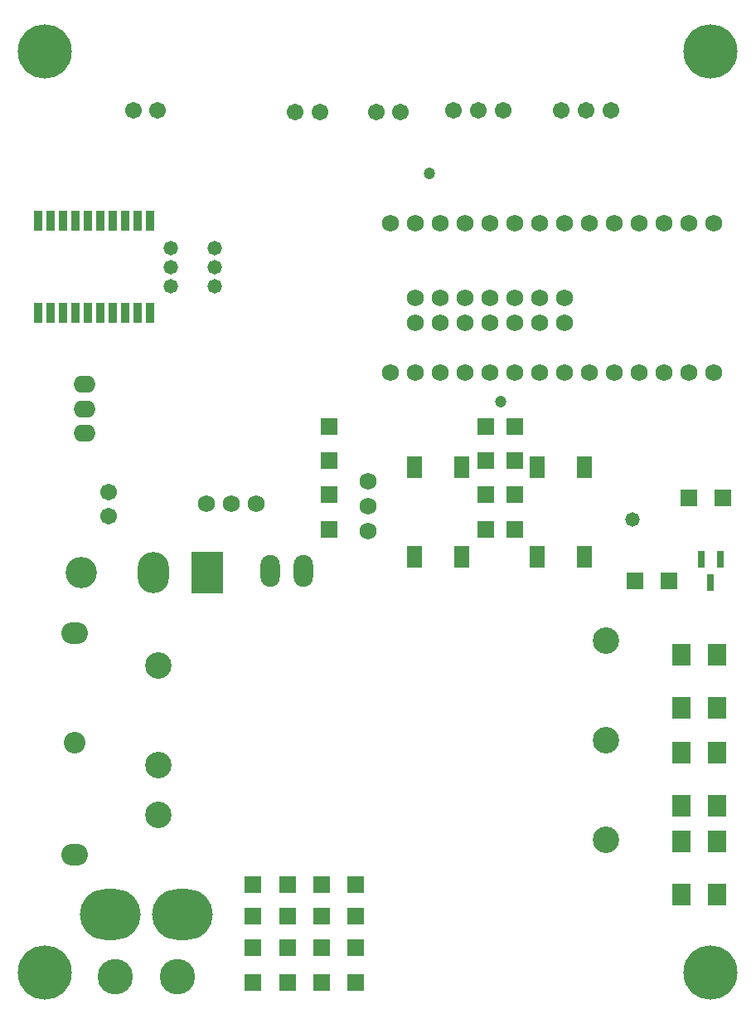
<source format=gts>
G04 Layer_Color=8388736*
%FSLAX25Y25*%
%MOIN*%
G70*
G01*
G75*
%ADD47R,0.06706X0.06706*%
%ADD48R,0.03359X0.08477*%
%ADD49R,0.06706X0.06706*%
%ADD50R,0.07493X0.08674*%
%ADD51R,0.03162X0.06509*%
%ADD52R,0.06312X0.09068*%
%ADD53C,0.21745*%
%ADD54C,0.06800*%
%ADD55O,0.24422X0.20485*%
%ADD56C,0.14186*%
%ADD57O,0.08800X0.06800*%
%ADD58C,0.06706*%
%ADD59R,0.12611X0.16548*%
%ADD60O,0.12611X0.16548*%
%ADD61C,0.12611*%
%ADD62O,0.10642X0.08674*%
%ADD63C,0.08674*%
%ADD64O,0.07800X0.12800*%
%ADD65C,0.10642*%
%ADD66C,0.05800*%
%ADD67C,0.04737*%
D47*
X188976Y219488D02*
D03*
Y205709D02*
D03*
X177165Y219488D02*
D03*
Y205709D02*
D03*
X114173Y178150D02*
D03*
Y191929D02*
D03*
X177165Y178150D02*
D03*
Y191929D02*
D03*
X114173Y205709D02*
D03*
Y219488D02*
D03*
X188976Y178150D02*
D03*
Y191929D02*
D03*
D48*
X-2815Y264862D02*
D03*
X2185D02*
D03*
X7185D02*
D03*
X12185D02*
D03*
X17185D02*
D03*
X22185D02*
D03*
X27185D02*
D03*
X32185D02*
D03*
X37185D02*
D03*
X42185D02*
D03*
Y302067D02*
D03*
X37185D02*
D03*
X32185D02*
D03*
X27185D02*
D03*
X22185D02*
D03*
X17185D02*
D03*
X12185D02*
D03*
X7185D02*
D03*
X2185D02*
D03*
X-2815D02*
D03*
D49*
X97441Y-3937D02*
D03*
X83661D02*
D03*
X97441Y9843D02*
D03*
X83661D02*
D03*
X97441Y22638D02*
D03*
X83661D02*
D03*
X97441Y35433D02*
D03*
X83661D02*
D03*
X250984Y157480D02*
D03*
X237205D02*
D03*
X258799Y190689D02*
D03*
X272579D02*
D03*
X125000Y35433D02*
D03*
X111221D02*
D03*
X125000Y22638D02*
D03*
X111221D02*
D03*
X125000Y9843D02*
D03*
X111221D02*
D03*
X125000Y-3937D02*
D03*
X111221D02*
D03*
D50*
X255906Y31496D02*
D03*
X270079D02*
D03*
Y52756D02*
D03*
X255906D02*
D03*
Y66929D02*
D03*
X270079D02*
D03*
Y88189D02*
D03*
X255906D02*
D03*
Y106299D02*
D03*
X270079D02*
D03*
Y127559D02*
D03*
X255906D02*
D03*
D51*
X271457Y166043D02*
D03*
X263976D02*
D03*
X267717Y156791D02*
D03*
D52*
X216732Y202953D02*
D03*
Y167126D02*
D03*
X197835Y202953D02*
D03*
Y167126D02*
D03*
X167520Y202953D02*
D03*
Y167126D02*
D03*
X148622Y202953D02*
D03*
Y167126D02*
D03*
D53*
X0Y0D02*
D03*
X267717D02*
D03*
Y370079D02*
D03*
X0D02*
D03*
D54*
X65000Y188189D02*
D03*
X75000D02*
D03*
X85000D02*
D03*
X129921Y197165D02*
D03*
Y187165D02*
D03*
Y177165D02*
D03*
X268976Y301024D02*
D03*
Y241024D02*
D03*
X258976D02*
D03*
X248976D02*
D03*
X198976Y271024D02*
D03*
Y261024D02*
D03*
X208976D02*
D03*
Y271024D02*
D03*
X188976Y261024D02*
D03*
X178976D02*
D03*
X168976D02*
D03*
X158976D02*
D03*
X148976D02*
D03*
Y271024D02*
D03*
X158976D02*
D03*
X168976D02*
D03*
X178976D02*
D03*
X188976D02*
D03*
X238976Y241024D02*
D03*
X228976D02*
D03*
X218976D02*
D03*
X208976D02*
D03*
X198976D02*
D03*
X188976D02*
D03*
X178976D02*
D03*
X168976D02*
D03*
X158976D02*
D03*
X148976D02*
D03*
X138976D02*
D03*
Y301024D02*
D03*
X148976D02*
D03*
X158976D02*
D03*
X168976D02*
D03*
X178976D02*
D03*
X188976D02*
D03*
X198976D02*
D03*
X208976D02*
D03*
X218976D02*
D03*
X228976D02*
D03*
X238976D02*
D03*
X248976D02*
D03*
X258976D02*
D03*
D55*
X55158Y23189D02*
D03*
X26221D02*
D03*
D56*
X28189Y-1811D02*
D03*
X53189D02*
D03*
D57*
X15748Y236221D02*
D03*
Y226378D02*
D03*
Y216535D02*
D03*
D58*
X25689Y193032D02*
D03*
Y183189D02*
D03*
X217520Y346457D02*
D03*
X207677D02*
D03*
X227677D02*
D03*
X174213D02*
D03*
X164370D02*
D03*
X184370D02*
D03*
X133189Y345689D02*
D03*
X143032D02*
D03*
X35433Y346457D02*
D03*
X45276D02*
D03*
X100689Y345689D02*
D03*
X110531D02*
D03*
D59*
X65067Y160689D02*
D03*
D60*
X43413D02*
D03*
D61*
X14673D02*
D03*
D62*
X11811Y136221D02*
D03*
Y47244D02*
D03*
D63*
Y92244D02*
D03*
D64*
X90551Y161417D02*
D03*
X103937D02*
D03*
D65*
X45689Y63189D02*
D03*
Y83189D02*
D03*
Y123189D02*
D03*
X225689Y53189D02*
D03*
Y93189D02*
D03*
Y133189D02*
D03*
D66*
X236221Y182087D02*
D03*
X68189Y291063D02*
D03*
X50689D02*
D03*
Y275689D02*
D03*
X68189D02*
D03*
X50689Y283189D02*
D03*
X68189D02*
D03*
D67*
X154528Y320866D02*
D03*
X183071Y229331D02*
D03*
M02*

</source>
